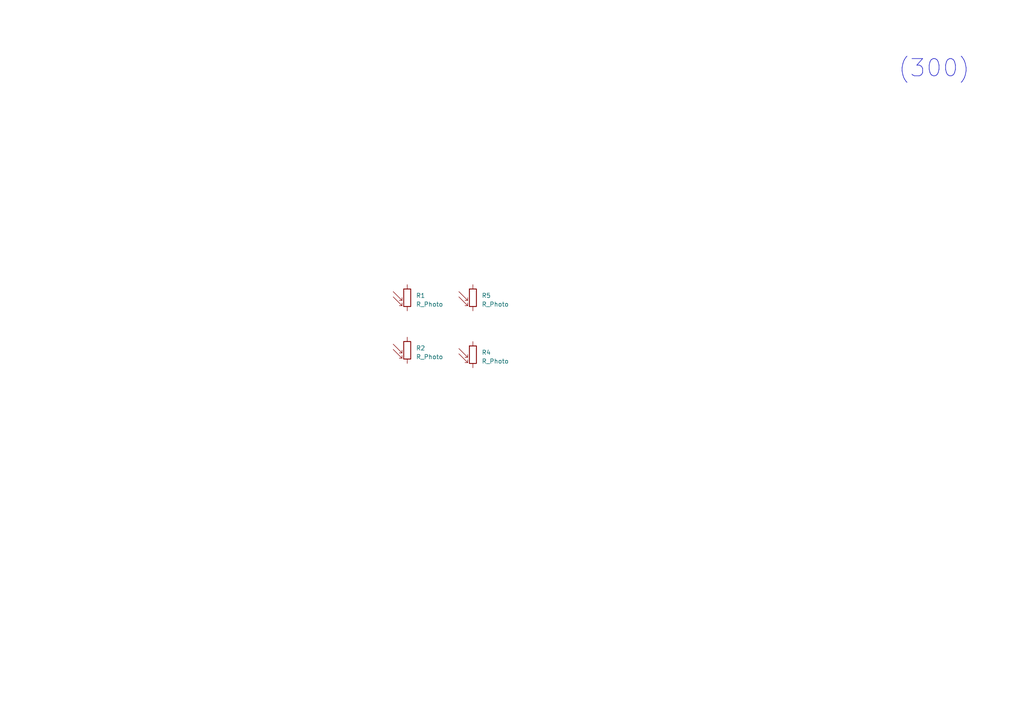
<source format=kicad_sch>
(kicad_sch (version 20230121) (generator eeschema)
  (paper "A4")
  (title_block (title "Sensors"))
  (lib_symbols
    (symbol "Device:R_Photo" (pin_numbers hide) (pin_names (offset 0))
      (property "Reference" "R" (at 1.27 1.27 0))
      (property "Value" "R_Photo" (at 1.27 0 0))
      (symbol "R_Photo_0_1"
        (rectangle (start -1.016 2.54) (end 1.016 -2.54) (stroke (width 0.254)))
        (polyline (pts (xy -1.524 -2.286) (xy -4.064 0.254)))
        (polyline (pts (xy -1.524 -2.286) (xy -2.286 -2.286)))
        (polyline (pts (xy -1.524 -2.286) (xy -1.524 -1.524)))
        (polyline (pts (xy -1.524 -0.762) (xy -4.064 1.778)))
        (polyline (pts (xy -1.524 -0.762) (xy -2.286 -0.762)))
        (polyline (pts (xy -1.524 -0.762) (xy -1.524 0)))
      )
      (symbol "R_Photo_1_1"
        (pin passive line (at 0 3.81 270) (length 1.27) (name "~") (number "1"))
        (pin passive line (at 0 -3.81 90) (length 1.27) (name "~") (number "2"))
      )
    )
  )
  (text "(300)" (at 260.35 22.86 0) (effects (font (size 5 5)) (justify left bottom)))
  (symbol (lib_id "Device:R_Photo") (at 137.16 86.36 0) (unit 1)
    (property "Reference" "R5" (at 139.7 85.725 0) (effects (justify left)))
    (property "Value" "R_Photo" (at 139.7 88.265 0) (effects (justify left)))
    (instances (project "light_monitor_hw" (path "" (reference "R5") (unit 1)) (path "" (reference "R3") (unit 1))))
  )
  (symbol (lib_id "Device:R_Photo") (at 118.11 86.36 0) (unit 1)
    (property "Reference" "R1" (at 120.65 85.725 0) (effects (justify left)))
    (property "Value" "R_Photo" (at 120.65 88.265 0) (effects (justify left)))
  )
  (symbol (lib_id "Device:R_Photo") (at 137.16 102.87 0) (unit 1)
    (property "Reference" "R4" (at 139.7 102.235 0) (effects (justify left)))
    (property "Value" "R_Photo" (at 139.7 104.775 0) (effects (justify left)))
  )
  (symbol (lib_id "Device:R_Photo") (at 118.11 101.6 0) (unit 1)
    (property "Reference" "R2" (at 120.65 100.965 0) (effects (justify left)))
    (property "Value" "R_Photo" (at 120.65 103.505 0) (effects (justify left)))
  )
)
</source>
